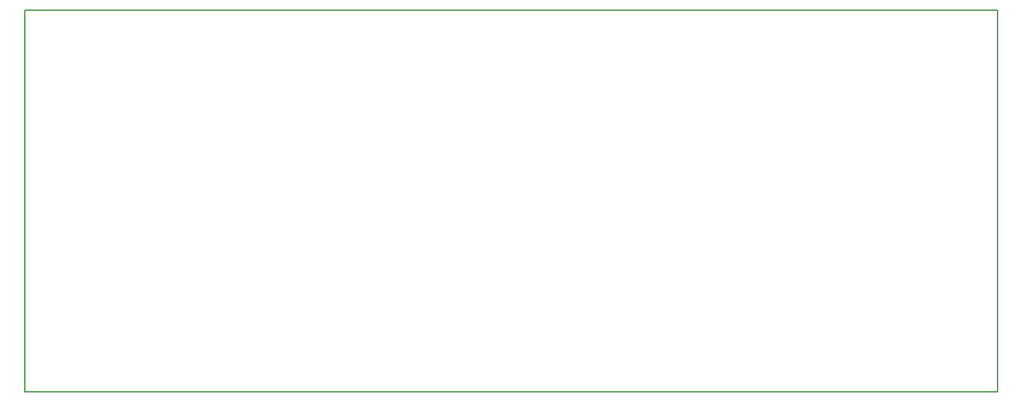
<source format=gbr>
%TF.GenerationSoftware,KiCad,Pcbnew,(6.0.2-0)*%
%TF.CreationDate,2022-06-16T00:13:51-05:00*%
%TF.ProjectId,stein gate pcb,73746569-6e20-4676-9174-65207063622e,rev?*%
%TF.SameCoordinates,Original*%
%TF.FileFunction,Profile,NP*%
%FSLAX46Y46*%
G04 Gerber Fmt 4.6, Leading zero omitted, Abs format (unit mm)*
G04 Created by KiCad (PCBNEW (6.0.2-0)) date 2022-06-16 00:13:51*
%MOMM*%
%LPD*%
G01*
G04 APERTURE LIST*
%TA.AperFunction,Profile*%
%ADD10C,0.200000*%
%TD*%
G04 APERTURE END LIST*
D10*
X68580000Y-73660000D02*
X198120000Y-73660000D01*
X198120000Y-73660000D02*
X198120000Y-124460000D01*
X198120000Y-124460000D02*
X68580000Y-124460000D01*
X68580000Y-124460000D02*
X68580000Y-73660000D01*
M02*

</source>
